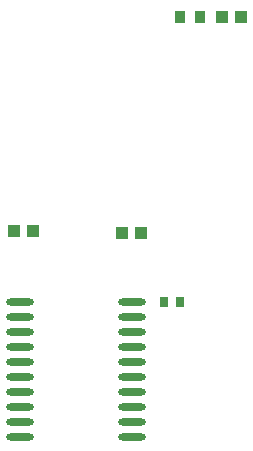
<source format=gtp>
G04 Layer: TopPasteMaskLayer*
G04 Panelize: , Column: 2, Row: 2, Board Size: 58.42mm x 58.42mm, Panelized Board Size: 118.84mm x 118.84mm*
G04 EasyEDA v6.5.34, 2023-08-21 18:11:39*
G04 cee4ee92fcc340cbb195a6d854c32cc1,5a6b42c53f6a479593ecc07194224c93,10*
G04 Gerber Generator version 0.2*
G04 Scale: 100 percent, Rotated: No, Reflected: No *
G04 Dimensions in millimeters *
G04 leading zeros omitted , absolute positions ,4 integer and 5 decimal *
%FSLAX45Y45*%
%MOMM*%

%ADD10O,2.3599902X0.5949949999999999*%
%ADD11R,0.8999X1.0000*%
%ADD12R,1.0000X1.1000*%
%ADD13R,0.8000X0.9000*%

%LPD*%
D10*
G01*
X2435301Y3238500D03*
G01*
X2435301Y3111500D03*
G01*
X2435301Y2984500D03*
G01*
X2435301Y2857500D03*
G01*
X2435301Y2730500D03*
G01*
X2435301Y2603500D03*
G01*
X2435301Y2476500D03*
G01*
X2435301Y2349500D03*
G01*
X2435301Y2222500D03*
G01*
X2435301Y2095500D03*
G01*
X3381298Y3238500D03*
G01*
X3381298Y3111500D03*
G01*
X3381298Y2984500D03*
G01*
X3381298Y2857500D03*
G01*
X3381298Y2730500D03*
G01*
X3381298Y2603500D03*
G01*
X3381298Y2476500D03*
G01*
X3381298Y2349500D03*
G01*
X3381298Y2222500D03*
G01*
X3381298Y2095500D03*
D11*
G01*
X3788486Y5651500D03*
G01*
X3958488Y5651500D03*
D12*
G01*
X4149090Y5651500D03*
G01*
X4309084Y5651500D03*
G01*
X2383790Y3835400D03*
G01*
X2543784Y3835400D03*
G01*
X3298190Y3822700D03*
G01*
X3458184Y3822700D03*
D13*
G01*
X3791102Y3238500D03*
G01*
X3651097Y3238500D03*
M02*

</source>
